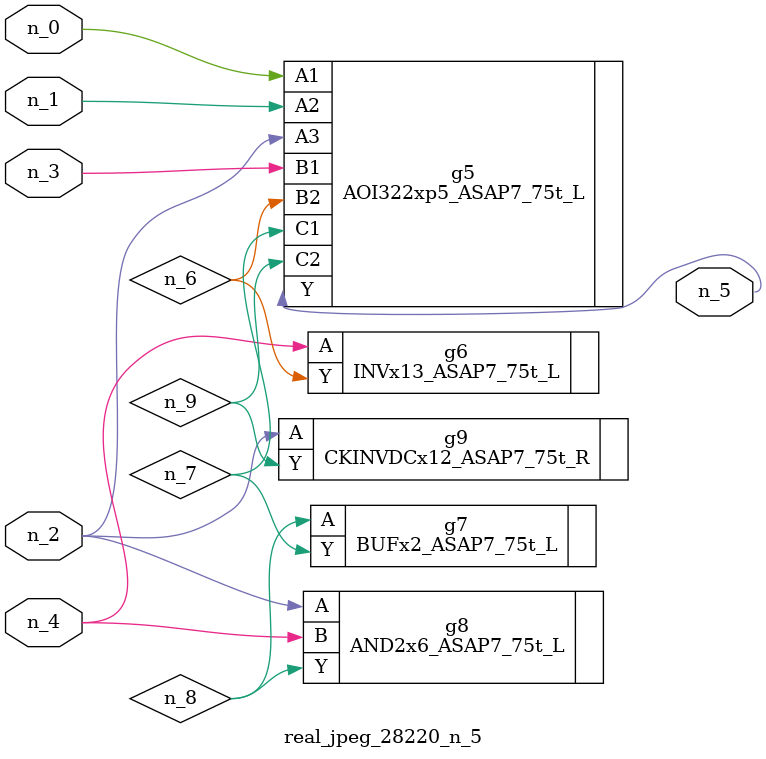
<source format=v>
module real_jpeg_28220_n_5 (n_4, n_0, n_1, n_2, n_3, n_5);

input n_4;
input n_0;
input n_1;
input n_2;
input n_3;

output n_5;

wire n_8;
wire n_6;
wire n_7;
wire n_9;

AOI322xp5_ASAP7_75t_L g5 ( 
.A1(n_0),
.A2(n_1),
.A3(n_2),
.B1(n_3),
.B2(n_6),
.C1(n_7),
.C2(n_9),
.Y(n_5)
);

AND2x6_ASAP7_75t_L g8 ( 
.A(n_2),
.B(n_4),
.Y(n_8)
);

CKINVDCx12_ASAP7_75t_R g9 ( 
.A(n_2),
.Y(n_9)
);

INVx13_ASAP7_75t_L g6 ( 
.A(n_4),
.Y(n_6)
);

BUFx2_ASAP7_75t_L g7 ( 
.A(n_8),
.Y(n_7)
);


endmodule
</source>
